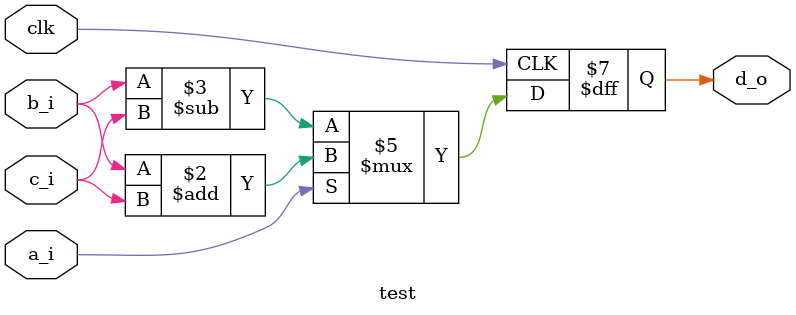
<source format=v>
module test(
input wire clk,
input wire a_i,
input wire b_i,
input wire c_i,
output reg d_o 
);

always @(posedge clk)
begin
    if(a_i)
        d_o = b_i+c_i;
    else
        d_o = b_i-c_i;

     $display("test");
end

endmodule
</source>
